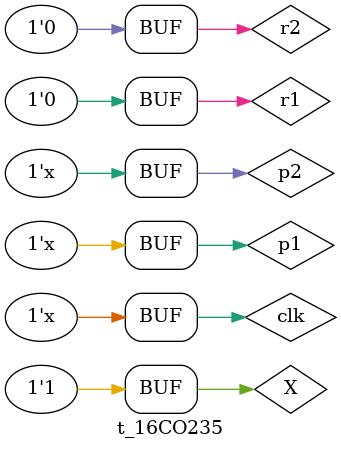
<source format=v>
`timescale 1ns/100ps

module t_16CO235;

    reg clk,X,p1,r1,p2,r2;
    //inout d1,d2;
    wire q1,q2,y;
    
    seq solve(X,clk,p1,p2,r1,r2,q1,q2,y);
    initial     
    begin
        $dumpfile("16CO235-V4.vcd");
        $dumpvars(0,t_16CO235);
        $display("A(t+1)  B(t+1)  X\tY(t)");
        $display("===========================");
        clk=1'b0;
        p1=1'b1;
        p2=1'b1;
        
        r1=1'b0;
        r2=1'b0;        
        clk=~clk;
        #2;
        p1=~p1;
        p2=~p2;      
        X=1'b1;  
        clk=~clk;
        #10;
        repeat(30)
            #3 clk = ~clk;
    end
    initial
    begin
      repeat(10)
      #10 X=~X;
    end
    initial 
        begin 
            $monitor("%b\t%b\t%b\t%b",q1,q2,X,y);
        end
endmodule
</source>
